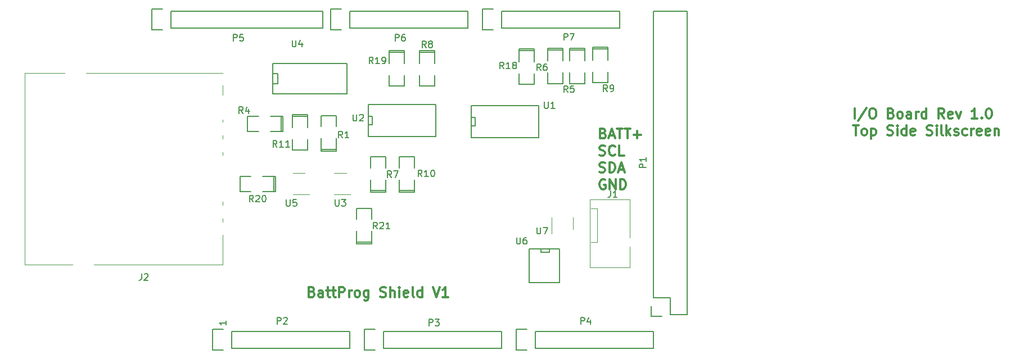
<source format=gbr>
G04 #@! TF.FileFunction,Legend,Top*
%FSLAX46Y46*%
G04 Gerber Fmt 4.6, Leading zero omitted, Abs format (unit mm)*
G04 Created by KiCad (PCBNEW 4.0.6) date 11/29/17 13:30:51*
%MOMM*%
%LPD*%
G01*
G04 APERTURE LIST*
%ADD10C,0.100000*%
%ADD11C,0.300000*%
%ADD12C,0.150000*%
%ADD13C,0.120000*%
%ADD14C,1.727200*%
%ADD15O,1.727200X1.727200*%
%ADD16O,1.727200X2.032000*%
%ADD17R,1.060000X0.650000*%
%ADD18R,0.508000X1.143000*%
%ADD19R,2.030000X1.730000*%
%ADD20O,2.030000X1.730000*%
%ADD21C,1.100000*%
%ADD22R,2.032000X1.524000*%
%ADD23R,1.524000X2.032000*%
%ADD24R,1.500000X1.000000*%
%ADD25R,2.200000X1.200000*%
%ADD26C,1.500000*%
%ADD27R,1.143000X0.508000*%
%ADD28R,0.650000X1.060000*%
G04 APERTURE END LIST*
D10*
D11*
X226417143Y-85763571D02*
X226417143Y-84263571D01*
X228202857Y-84192143D02*
X226917143Y-86120714D01*
X228988572Y-84263571D02*
X229274286Y-84263571D01*
X229417144Y-84335000D01*
X229560001Y-84477857D01*
X229631429Y-84763571D01*
X229631429Y-85263571D01*
X229560001Y-85549286D01*
X229417144Y-85692143D01*
X229274286Y-85763571D01*
X228988572Y-85763571D01*
X228845715Y-85692143D01*
X228702858Y-85549286D01*
X228631429Y-85263571D01*
X228631429Y-84763571D01*
X228702858Y-84477857D01*
X228845715Y-84335000D01*
X228988572Y-84263571D01*
X231917144Y-84977857D02*
X232131430Y-85049286D01*
X232202858Y-85120714D01*
X232274287Y-85263571D01*
X232274287Y-85477857D01*
X232202858Y-85620714D01*
X232131430Y-85692143D01*
X231988572Y-85763571D01*
X231417144Y-85763571D01*
X231417144Y-84263571D01*
X231917144Y-84263571D01*
X232060001Y-84335000D01*
X232131430Y-84406429D01*
X232202858Y-84549286D01*
X232202858Y-84692143D01*
X232131430Y-84835000D01*
X232060001Y-84906429D01*
X231917144Y-84977857D01*
X231417144Y-84977857D01*
X233131430Y-85763571D02*
X232988572Y-85692143D01*
X232917144Y-85620714D01*
X232845715Y-85477857D01*
X232845715Y-85049286D01*
X232917144Y-84906429D01*
X232988572Y-84835000D01*
X233131430Y-84763571D01*
X233345715Y-84763571D01*
X233488572Y-84835000D01*
X233560001Y-84906429D01*
X233631430Y-85049286D01*
X233631430Y-85477857D01*
X233560001Y-85620714D01*
X233488572Y-85692143D01*
X233345715Y-85763571D01*
X233131430Y-85763571D01*
X234917144Y-85763571D02*
X234917144Y-84977857D01*
X234845715Y-84835000D01*
X234702858Y-84763571D01*
X234417144Y-84763571D01*
X234274287Y-84835000D01*
X234917144Y-85692143D02*
X234774287Y-85763571D01*
X234417144Y-85763571D01*
X234274287Y-85692143D01*
X234202858Y-85549286D01*
X234202858Y-85406429D01*
X234274287Y-85263571D01*
X234417144Y-85192143D01*
X234774287Y-85192143D01*
X234917144Y-85120714D01*
X235631430Y-85763571D02*
X235631430Y-84763571D01*
X235631430Y-85049286D02*
X235702858Y-84906429D01*
X235774287Y-84835000D01*
X235917144Y-84763571D01*
X236060001Y-84763571D01*
X237202858Y-85763571D02*
X237202858Y-84263571D01*
X237202858Y-85692143D02*
X237060001Y-85763571D01*
X236774287Y-85763571D01*
X236631429Y-85692143D01*
X236560001Y-85620714D01*
X236488572Y-85477857D01*
X236488572Y-85049286D01*
X236560001Y-84906429D01*
X236631429Y-84835000D01*
X236774287Y-84763571D01*
X237060001Y-84763571D01*
X237202858Y-84835000D01*
X239917144Y-85763571D02*
X239417144Y-85049286D01*
X239060001Y-85763571D02*
X239060001Y-84263571D01*
X239631429Y-84263571D01*
X239774287Y-84335000D01*
X239845715Y-84406429D01*
X239917144Y-84549286D01*
X239917144Y-84763571D01*
X239845715Y-84906429D01*
X239774287Y-84977857D01*
X239631429Y-85049286D01*
X239060001Y-85049286D01*
X241131429Y-85692143D02*
X240988572Y-85763571D01*
X240702858Y-85763571D01*
X240560001Y-85692143D01*
X240488572Y-85549286D01*
X240488572Y-84977857D01*
X240560001Y-84835000D01*
X240702858Y-84763571D01*
X240988572Y-84763571D01*
X241131429Y-84835000D01*
X241202858Y-84977857D01*
X241202858Y-85120714D01*
X240488572Y-85263571D01*
X241702858Y-84763571D02*
X242060001Y-85763571D01*
X242417143Y-84763571D01*
X244917143Y-85763571D02*
X244060000Y-85763571D01*
X244488572Y-85763571D02*
X244488572Y-84263571D01*
X244345715Y-84477857D01*
X244202857Y-84620714D01*
X244060000Y-84692143D01*
X245560000Y-85620714D02*
X245631428Y-85692143D01*
X245560000Y-85763571D01*
X245488571Y-85692143D01*
X245560000Y-85620714D01*
X245560000Y-85763571D01*
X246560000Y-84263571D02*
X246702857Y-84263571D01*
X246845714Y-84335000D01*
X246917143Y-84406429D01*
X246988572Y-84549286D01*
X247060000Y-84835000D01*
X247060000Y-85192143D01*
X246988572Y-85477857D01*
X246917143Y-85620714D01*
X246845714Y-85692143D01*
X246702857Y-85763571D01*
X246560000Y-85763571D01*
X246417143Y-85692143D01*
X246345714Y-85620714D01*
X246274286Y-85477857D01*
X246202857Y-85192143D01*
X246202857Y-84835000D01*
X246274286Y-84549286D01*
X246345714Y-84406429D01*
X246417143Y-84335000D01*
X246560000Y-84263571D01*
X226202857Y-86813571D02*
X227060000Y-86813571D01*
X226631429Y-88313571D02*
X226631429Y-86813571D01*
X227774286Y-88313571D02*
X227631428Y-88242143D01*
X227560000Y-88170714D01*
X227488571Y-88027857D01*
X227488571Y-87599286D01*
X227560000Y-87456429D01*
X227631428Y-87385000D01*
X227774286Y-87313571D01*
X227988571Y-87313571D01*
X228131428Y-87385000D01*
X228202857Y-87456429D01*
X228274286Y-87599286D01*
X228274286Y-88027857D01*
X228202857Y-88170714D01*
X228131428Y-88242143D01*
X227988571Y-88313571D01*
X227774286Y-88313571D01*
X228917143Y-87313571D02*
X228917143Y-88813571D01*
X228917143Y-87385000D02*
X229060000Y-87313571D01*
X229345714Y-87313571D01*
X229488571Y-87385000D01*
X229560000Y-87456429D01*
X229631429Y-87599286D01*
X229631429Y-88027857D01*
X229560000Y-88170714D01*
X229488571Y-88242143D01*
X229345714Y-88313571D01*
X229060000Y-88313571D01*
X228917143Y-88242143D01*
X231345714Y-88242143D02*
X231560000Y-88313571D01*
X231917143Y-88313571D01*
X232060000Y-88242143D01*
X232131429Y-88170714D01*
X232202857Y-88027857D01*
X232202857Y-87885000D01*
X232131429Y-87742143D01*
X232060000Y-87670714D01*
X231917143Y-87599286D01*
X231631429Y-87527857D01*
X231488571Y-87456429D01*
X231417143Y-87385000D01*
X231345714Y-87242143D01*
X231345714Y-87099286D01*
X231417143Y-86956429D01*
X231488571Y-86885000D01*
X231631429Y-86813571D01*
X231988571Y-86813571D01*
X232202857Y-86885000D01*
X232845714Y-88313571D02*
X232845714Y-87313571D01*
X232845714Y-86813571D02*
X232774285Y-86885000D01*
X232845714Y-86956429D01*
X232917142Y-86885000D01*
X232845714Y-86813571D01*
X232845714Y-86956429D01*
X234202857Y-88313571D02*
X234202857Y-86813571D01*
X234202857Y-88242143D02*
X234060000Y-88313571D01*
X233774286Y-88313571D01*
X233631428Y-88242143D01*
X233560000Y-88170714D01*
X233488571Y-88027857D01*
X233488571Y-87599286D01*
X233560000Y-87456429D01*
X233631428Y-87385000D01*
X233774286Y-87313571D01*
X234060000Y-87313571D01*
X234202857Y-87385000D01*
X235488571Y-88242143D02*
X235345714Y-88313571D01*
X235060000Y-88313571D01*
X234917143Y-88242143D01*
X234845714Y-88099286D01*
X234845714Y-87527857D01*
X234917143Y-87385000D01*
X235060000Y-87313571D01*
X235345714Y-87313571D01*
X235488571Y-87385000D01*
X235560000Y-87527857D01*
X235560000Y-87670714D01*
X234845714Y-87813571D01*
X237274285Y-88242143D02*
X237488571Y-88313571D01*
X237845714Y-88313571D01*
X237988571Y-88242143D01*
X238060000Y-88170714D01*
X238131428Y-88027857D01*
X238131428Y-87885000D01*
X238060000Y-87742143D01*
X237988571Y-87670714D01*
X237845714Y-87599286D01*
X237560000Y-87527857D01*
X237417142Y-87456429D01*
X237345714Y-87385000D01*
X237274285Y-87242143D01*
X237274285Y-87099286D01*
X237345714Y-86956429D01*
X237417142Y-86885000D01*
X237560000Y-86813571D01*
X237917142Y-86813571D01*
X238131428Y-86885000D01*
X238774285Y-88313571D02*
X238774285Y-87313571D01*
X238774285Y-86813571D02*
X238702856Y-86885000D01*
X238774285Y-86956429D01*
X238845713Y-86885000D01*
X238774285Y-86813571D01*
X238774285Y-86956429D01*
X239702857Y-88313571D02*
X239559999Y-88242143D01*
X239488571Y-88099286D01*
X239488571Y-86813571D01*
X240274285Y-88313571D02*
X240274285Y-86813571D01*
X240417142Y-87742143D02*
X240845713Y-88313571D01*
X240845713Y-87313571D02*
X240274285Y-87885000D01*
X241417142Y-88242143D02*
X241559999Y-88313571D01*
X241845714Y-88313571D01*
X241988571Y-88242143D01*
X242059999Y-88099286D01*
X242059999Y-88027857D01*
X241988571Y-87885000D01*
X241845714Y-87813571D01*
X241631428Y-87813571D01*
X241488571Y-87742143D01*
X241417142Y-87599286D01*
X241417142Y-87527857D01*
X241488571Y-87385000D01*
X241631428Y-87313571D01*
X241845714Y-87313571D01*
X241988571Y-87385000D01*
X243345714Y-88242143D02*
X243202857Y-88313571D01*
X242917143Y-88313571D01*
X242774285Y-88242143D01*
X242702857Y-88170714D01*
X242631428Y-88027857D01*
X242631428Y-87599286D01*
X242702857Y-87456429D01*
X242774285Y-87385000D01*
X242917143Y-87313571D01*
X243202857Y-87313571D01*
X243345714Y-87385000D01*
X243988571Y-88313571D02*
X243988571Y-87313571D01*
X243988571Y-87599286D02*
X244059999Y-87456429D01*
X244131428Y-87385000D01*
X244274285Y-87313571D01*
X244417142Y-87313571D01*
X245488570Y-88242143D02*
X245345713Y-88313571D01*
X245059999Y-88313571D01*
X244917142Y-88242143D01*
X244845713Y-88099286D01*
X244845713Y-87527857D01*
X244917142Y-87385000D01*
X245059999Y-87313571D01*
X245345713Y-87313571D01*
X245488570Y-87385000D01*
X245559999Y-87527857D01*
X245559999Y-87670714D01*
X244845713Y-87813571D01*
X246774284Y-88242143D02*
X246631427Y-88313571D01*
X246345713Y-88313571D01*
X246202856Y-88242143D01*
X246131427Y-88099286D01*
X246131427Y-87527857D01*
X246202856Y-87385000D01*
X246345713Y-87313571D01*
X246631427Y-87313571D01*
X246774284Y-87385000D01*
X246845713Y-87527857D01*
X246845713Y-87670714D01*
X246131427Y-87813571D01*
X247488570Y-87313571D02*
X247488570Y-88313571D01*
X247488570Y-87456429D02*
X247559998Y-87385000D01*
X247702856Y-87313571D01*
X247917141Y-87313571D01*
X248059998Y-87385000D01*
X248131427Y-87527857D01*
X248131427Y-88313571D01*
X144721715Y-111906857D02*
X144936001Y-111978286D01*
X145007429Y-112049714D01*
X145078858Y-112192571D01*
X145078858Y-112406857D01*
X145007429Y-112549714D01*
X144936001Y-112621143D01*
X144793143Y-112692571D01*
X144221715Y-112692571D01*
X144221715Y-111192571D01*
X144721715Y-111192571D01*
X144864572Y-111264000D01*
X144936001Y-111335429D01*
X145007429Y-111478286D01*
X145007429Y-111621143D01*
X144936001Y-111764000D01*
X144864572Y-111835429D01*
X144721715Y-111906857D01*
X144221715Y-111906857D01*
X146364572Y-112692571D02*
X146364572Y-111906857D01*
X146293143Y-111764000D01*
X146150286Y-111692571D01*
X145864572Y-111692571D01*
X145721715Y-111764000D01*
X146364572Y-112621143D02*
X146221715Y-112692571D01*
X145864572Y-112692571D01*
X145721715Y-112621143D01*
X145650286Y-112478286D01*
X145650286Y-112335429D01*
X145721715Y-112192571D01*
X145864572Y-112121143D01*
X146221715Y-112121143D01*
X146364572Y-112049714D01*
X146864572Y-111692571D02*
X147436001Y-111692571D01*
X147078858Y-111192571D02*
X147078858Y-112478286D01*
X147150286Y-112621143D01*
X147293144Y-112692571D01*
X147436001Y-112692571D01*
X147721715Y-111692571D02*
X148293144Y-111692571D01*
X147936001Y-111192571D02*
X147936001Y-112478286D01*
X148007429Y-112621143D01*
X148150287Y-112692571D01*
X148293144Y-112692571D01*
X148793144Y-112692571D02*
X148793144Y-111192571D01*
X149364572Y-111192571D01*
X149507430Y-111264000D01*
X149578858Y-111335429D01*
X149650287Y-111478286D01*
X149650287Y-111692571D01*
X149578858Y-111835429D01*
X149507430Y-111906857D01*
X149364572Y-111978286D01*
X148793144Y-111978286D01*
X150293144Y-112692571D02*
X150293144Y-111692571D01*
X150293144Y-111978286D02*
X150364572Y-111835429D01*
X150436001Y-111764000D01*
X150578858Y-111692571D01*
X150721715Y-111692571D01*
X151436001Y-112692571D02*
X151293143Y-112621143D01*
X151221715Y-112549714D01*
X151150286Y-112406857D01*
X151150286Y-111978286D01*
X151221715Y-111835429D01*
X151293143Y-111764000D01*
X151436001Y-111692571D01*
X151650286Y-111692571D01*
X151793143Y-111764000D01*
X151864572Y-111835429D01*
X151936001Y-111978286D01*
X151936001Y-112406857D01*
X151864572Y-112549714D01*
X151793143Y-112621143D01*
X151650286Y-112692571D01*
X151436001Y-112692571D01*
X153221715Y-111692571D02*
X153221715Y-112906857D01*
X153150286Y-113049714D01*
X153078858Y-113121143D01*
X152936001Y-113192571D01*
X152721715Y-113192571D01*
X152578858Y-113121143D01*
X153221715Y-112621143D02*
X153078858Y-112692571D01*
X152793144Y-112692571D01*
X152650286Y-112621143D01*
X152578858Y-112549714D01*
X152507429Y-112406857D01*
X152507429Y-111978286D01*
X152578858Y-111835429D01*
X152650286Y-111764000D01*
X152793144Y-111692571D01*
X153078858Y-111692571D01*
X153221715Y-111764000D01*
X155007429Y-112621143D02*
X155221715Y-112692571D01*
X155578858Y-112692571D01*
X155721715Y-112621143D01*
X155793144Y-112549714D01*
X155864572Y-112406857D01*
X155864572Y-112264000D01*
X155793144Y-112121143D01*
X155721715Y-112049714D01*
X155578858Y-111978286D01*
X155293144Y-111906857D01*
X155150286Y-111835429D01*
X155078858Y-111764000D01*
X155007429Y-111621143D01*
X155007429Y-111478286D01*
X155078858Y-111335429D01*
X155150286Y-111264000D01*
X155293144Y-111192571D01*
X155650286Y-111192571D01*
X155864572Y-111264000D01*
X156507429Y-112692571D02*
X156507429Y-111192571D01*
X157150286Y-112692571D02*
X157150286Y-111906857D01*
X157078857Y-111764000D01*
X156936000Y-111692571D01*
X156721715Y-111692571D01*
X156578857Y-111764000D01*
X156507429Y-111835429D01*
X157864572Y-112692571D02*
X157864572Y-111692571D01*
X157864572Y-111192571D02*
X157793143Y-111264000D01*
X157864572Y-111335429D01*
X157936000Y-111264000D01*
X157864572Y-111192571D01*
X157864572Y-111335429D01*
X159150286Y-112621143D02*
X159007429Y-112692571D01*
X158721715Y-112692571D01*
X158578858Y-112621143D01*
X158507429Y-112478286D01*
X158507429Y-111906857D01*
X158578858Y-111764000D01*
X158721715Y-111692571D01*
X159007429Y-111692571D01*
X159150286Y-111764000D01*
X159221715Y-111906857D01*
X159221715Y-112049714D01*
X158507429Y-112192571D01*
X160078858Y-112692571D02*
X159936000Y-112621143D01*
X159864572Y-112478286D01*
X159864572Y-111192571D01*
X161293143Y-112692571D02*
X161293143Y-111192571D01*
X161293143Y-112621143D02*
X161150286Y-112692571D01*
X160864572Y-112692571D01*
X160721714Y-112621143D01*
X160650286Y-112549714D01*
X160578857Y-112406857D01*
X160578857Y-111978286D01*
X160650286Y-111835429D01*
X160721714Y-111764000D01*
X160864572Y-111692571D01*
X161150286Y-111692571D01*
X161293143Y-111764000D01*
X162936000Y-111192571D02*
X163436000Y-112692571D01*
X163936000Y-111192571D01*
X165221714Y-112692571D02*
X164364571Y-112692571D01*
X164793143Y-112692571D02*
X164793143Y-111192571D01*
X164650286Y-111406857D01*
X164507428Y-111549714D01*
X164364571Y-111621143D01*
X188563143Y-88015857D02*
X188777429Y-88087286D01*
X188848857Y-88158714D01*
X188920286Y-88301571D01*
X188920286Y-88515857D01*
X188848857Y-88658714D01*
X188777429Y-88730143D01*
X188634571Y-88801571D01*
X188063143Y-88801571D01*
X188063143Y-87301571D01*
X188563143Y-87301571D01*
X188706000Y-87373000D01*
X188777429Y-87444429D01*
X188848857Y-87587286D01*
X188848857Y-87730143D01*
X188777429Y-87873000D01*
X188706000Y-87944429D01*
X188563143Y-88015857D01*
X188063143Y-88015857D01*
X189491714Y-88373000D02*
X190206000Y-88373000D01*
X189348857Y-88801571D02*
X189848857Y-87301571D01*
X190348857Y-88801571D01*
X190634571Y-87301571D02*
X191491714Y-87301571D01*
X191063143Y-88801571D02*
X191063143Y-87301571D01*
X191777428Y-87301571D02*
X192634571Y-87301571D01*
X192206000Y-88801571D02*
X192206000Y-87301571D01*
X193134571Y-88230143D02*
X194277428Y-88230143D01*
X193705999Y-88801571D02*
X193705999Y-87658714D01*
X187991714Y-91280143D02*
X188206000Y-91351571D01*
X188563143Y-91351571D01*
X188706000Y-91280143D01*
X188777429Y-91208714D01*
X188848857Y-91065857D01*
X188848857Y-90923000D01*
X188777429Y-90780143D01*
X188706000Y-90708714D01*
X188563143Y-90637286D01*
X188277429Y-90565857D01*
X188134571Y-90494429D01*
X188063143Y-90423000D01*
X187991714Y-90280143D01*
X187991714Y-90137286D01*
X188063143Y-89994429D01*
X188134571Y-89923000D01*
X188277429Y-89851571D01*
X188634571Y-89851571D01*
X188848857Y-89923000D01*
X190348857Y-91208714D02*
X190277428Y-91280143D01*
X190063142Y-91351571D01*
X189920285Y-91351571D01*
X189706000Y-91280143D01*
X189563142Y-91137286D01*
X189491714Y-90994429D01*
X189420285Y-90708714D01*
X189420285Y-90494429D01*
X189491714Y-90208714D01*
X189563142Y-90065857D01*
X189706000Y-89923000D01*
X189920285Y-89851571D01*
X190063142Y-89851571D01*
X190277428Y-89923000D01*
X190348857Y-89994429D01*
X191706000Y-91351571D02*
X190991714Y-91351571D01*
X190991714Y-89851571D01*
X187991714Y-93830143D02*
X188206000Y-93901571D01*
X188563143Y-93901571D01*
X188706000Y-93830143D01*
X188777429Y-93758714D01*
X188848857Y-93615857D01*
X188848857Y-93473000D01*
X188777429Y-93330143D01*
X188706000Y-93258714D01*
X188563143Y-93187286D01*
X188277429Y-93115857D01*
X188134571Y-93044429D01*
X188063143Y-92973000D01*
X187991714Y-92830143D01*
X187991714Y-92687286D01*
X188063143Y-92544429D01*
X188134571Y-92473000D01*
X188277429Y-92401571D01*
X188634571Y-92401571D01*
X188848857Y-92473000D01*
X189491714Y-93901571D02*
X189491714Y-92401571D01*
X189848857Y-92401571D01*
X190063142Y-92473000D01*
X190206000Y-92615857D01*
X190277428Y-92758714D01*
X190348857Y-93044429D01*
X190348857Y-93258714D01*
X190277428Y-93544429D01*
X190206000Y-93687286D01*
X190063142Y-93830143D01*
X189848857Y-93901571D01*
X189491714Y-93901571D01*
X190920285Y-93473000D02*
X191634571Y-93473000D01*
X190777428Y-93901571D02*
X191277428Y-92401571D01*
X191777428Y-93901571D01*
X188848857Y-95023000D02*
X188706000Y-94951571D01*
X188491714Y-94951571D01*
X188277429Y-95023000D01*
X188134571Y-95165857D01*
X188063143Y-95308714D01*
X187991714Y-95594429D01*
X187991714Y-95808714D01*
X188063143Y-96094429D01*
X188134571Y-96237286D01*
X188277429Y-96380143D01*
X188491714Y-96451571D01*
X188634571Y-96451571D01*
X188848857Y-96380143D01*
X188920286Y-96308714D01*
X188920286Y-95808714D01*
X188634571Y-95808714D01*
X189563143Y-96451571D02*
X189563143Y-94951571D01*
X190420286Y-96451571D01*
X190420286Y-94951571D01*
X191134572Y-96451571D02*
X191134572Y-94951571D01*
X191491715Y-94951571D01*
X191706000Y-95023000D01*
X191848858Y-95165857D01*
X191920286Y-95308714D01*
X191991715Y-95594429D01*
X191991715Y-95808714D01*
X191920286Y-96094429D01*
X191848858Y-96237286D01*
X191706000Y-96380143D01*
X191491715Y-96451571D01*
X191134572Y-96451571D01*
D12*
X131770381Y-116300285D02*
X131770381Y-116871714D01*
X131770381Y-116586000D02*
X130770381Y-116586000D01*
X130913238Y-116681238D01*
X131008476Y-116776476D01*
X131056095Y-116871714D01*
X201168000Y-115316000D02*
X201168000Y-69596000D01*
X196088000Y-69596000D02*
X196088000Y-112776000D01*
X201168000Y-69596000D02*
X196088000Y-69596000D01*
X201168000Y-115316000D02*
X198628000Y-115316000D01*
X195808000Y-114046000D02*
X195808000Y-115596000D01*
X198628000Y-115316000D02*
X198628000Y-112776000D01*
X198628000Y-112776000D02*
X196088000Y-112776000D01*
X195808000Y-115596000D02*
X197358000Y-115596000D01*
X132588000Y-120396000D02*
X150368000Y-120396000D01*
X150368000Y-120396000D02*
X150368000Y-117856000D01*
X150368000Y-117856000D02*
X132588000Y-117856000D01*
X129768000Y-120676000D02*
X131318000Y-120676000D01*
X132588000Y-120396000D02*
X132588000Y-117856000D01*
X131318000Y-117576000D02*
X129768000Y-117576000D01*
X129768000Y-117576000D02*
X129768000Y-120676000D01*
X155448000Y-120396000D02*
X173228000Y-120396000D01*
X173228000Y-120396000D02*
X173228000Y-117856000D01*
X173228000Y-117856000D02*
X155448000Y-117856000D01*
X152628000Y-120676000D02*
X154178000Y-120676000D01*
X155448000Y-120396000D02*
X155448000Y-117856000D01*
X154178000Y-117576000D02*
X152628000Y-117576000D01*
X152628000Y-117576000D02*
X152628000Y-120676000D01*
X178308000Y-120396000D02*
X196088000Y-120396000D01*
X196088000Y-120396000D02*
X196088000Y-117856000D01*
X196088000Y-117856000D02*
X178308000Y-117856000D01*
X175488000Y-120676000D02*
X177038000Y-120676000D01*
X178308000Y-120396000D02*
X178308000Y-117856000D01*
X177038000Y-117576000D02*
X175488000Y-117576000D01*
X175488000Y-117576000D02*
X175488000Y-120676000D01*
X123444000Y-72136000D02*
X146304000Y-72136000D01*
X146304000Y-72136000D02*
X146304000Y-69596000D01*
X146304000Y-69596000D02*
X123444000Y-69596000D01*
X120624000Y-72416000D02*
X122174000Y-72416000D01*
X123444000Y-72136000D02*
X123444000Y-69596000D01*
X122174000Y-69316000D02*
X120624000Y-69316000D01*
X120624000Y-69316000D02*
X120624000Y-72416000D01*
X150368000Y-72136000D02*
X168148000Y-72136000D01*
X168148000Y-72136000D02*
X168148000Y-69596000D01*
X168148000Y-69596000D02*
X150368000Y-69596000D01*
X147548000Y-72416000D02*
X149098000Y-72416000D01*
X150368000Y-72136000D02*
X150368000Y-69596000D01*
X149098000Y-69316000D02*
X147548000Y-69316000D01*
X147548000Y-69316000D02*
X147548000Y-72416000D01*
X173228000Y-72136000D02*
X191008000Y-72136000D01*
X191008000Y-72136000D02*
X191008000Y-69596000D01*
X191008000Y-69596000D02*
X173228000Y-69596000D01*
X170408000Y-72416000D02*
X171958000Y-72416000D01*
X173228000Y-72136000D02*
X173228000Y-69596000D01*
X171958000Y-69316000D02*
X170408000Y-69316000D01*
X170408000Y-69316000D02*
X170408000Y-72416000D01*
D13*
X149871000Y-94021000D02*
X148071000Y-94021000D01*
X148071000Y-97241000D02*
X150521000Y-97241000D01*
D12*
X138811000Y-78994000D02*
X139573000Y-78994000D01*
X139573000Y-78994000D02*
X139573000Y-80518000D01*
X139573000Y-80518000D02*
X138811000Y-80518000D01*
X149987000Y-77470000D02*
X149987000Y-82042000D01*
X149987000Y-82042000D02*
X138811000Y-82042000D01*
X138811000Y-82042000D02*
X138811000Y-77470000D01*
X138811000Y-77470000D02*
X149987000Y-77470000D01*
X178816000Y-83820000D02*
X178816000Y-88646000D01*
X178816000Y-88646000D02*
X168656000Y-88646000D01*
X168656000Y-88646000D02*
X168656000Y-83820000D01*
X168656000Y-83820000D02*
X178816000Y-83820000D01*
X168656000Y-85598000D02*
X169291000Y-85598000D01*
X169291000Y-85598000D02*
X169291000Y-86868000D01*
X169291000Y-86868000D02*
X168656000Y-86868000D01*
X163322000Y-83693000D02*
X163322000Y-88519000D01*
X163322000Y-88519000D02*
X153162000Y-88519000D01*
X153162000Y-88519000D02*
X153162000Y-83693000D01*
X153162000Y-83693000D02*
X163322000Y-83693000D01*
X153162000Y-85471000D02*
X153797000Y-85471000D01*
X153797000Y-85471000D02*
X153797000Y-86741000D01*
X153797000Y-86741000D02*
X153162000Y-86741000D01*
D13*
X192592000Y-97964000D02*
X192592000Y-103714000D01*
X192542000Y-105064000D02*
X192542000Y-108264000D01*
X192542000Y-108264000D02*
X186592000Y-108264000D01*
X186592000Y-108264000D02*
X186592000Y-97964000D01*
X186592000Y-97964000D02*
X192592000Y-97964000D01*
X186692000Y-99314000D02*
X187702000Y-99314000D01*
X187702000Y-99314000D02*
X187702000Y-104394000D01*
X187702000Y-104394000D02*
X186692000Y-104394000D01*
D12*
X146050000Y-90424000D02*
X146050000Y-90678000D01*
X146050000Y-90678000D02*
X148336000Y-90678000D01*
X148336000Y-90678000D02*
X148336000Y-90424000D01*
X146050000Y-90424000D02*
X148336000Y-90424000D01*
X148336000Y-90424000D02*
X148336000Y-88773000D01*
X146050000Y-86995000D02*
X146050000Y-85344000D01*
X146050000Y-85344000D02*
X148336000Y-85344000D01*
X148336000Y-85344000D02*
X148336000Y-86995000D01*
X146050000Y-88773000D02*
X146050000Y-90424000D01*
X140081000Y-87757000D02*
X140335000Y-87757000D01*
X140335000Y-87757000D02*
X140335000Y-85471000D01*
X140335000Y-85471000D02*
X140081000Y-85471000D01*
X140081000Y-87757000D02*
X140081000Y-85471000D01*
X140081000Y-85471000D02*
X138430000Y-85471000D01*
X136652000Y-87757000D02*
X135001000Y-87757000D01*
X135001000Y-87757000D02*
X135001000Y-85471000D01*
X135001000Y-85471000D02*
X136652000Y-85471000D01*
X138430000Y-87757000D02*
X140081000Y-87757000D01*
X185801000Y-75438000D02*
X185801000Y-75184000D01*
X185801000Y-75184000D02*
X183515000Y-75184000D01*
X183515000Y-75184000D02*
X183515000Y-75438000D01*
X185801000Y-75438000D02*
X183515000Y-75438000D01*
X183515000Y-75438000D02*
X183515000Y-77089000D01*
X185801000Y-78867000D02*
X185801000Y-80518000D01*
X185801000Y-80518000D02*
X183515000Y-80518000D01*
X183515000Y-80518000D02*
X183515000Y-78867000D01*
X185801000Y-77089000D02*
X185801000Y-75438000D01*
X182499000Y-75438000D02*
X182499000Y-75184000D01*
X182499000Y-75184000D02*
X180213000Y-75184000D01*
X180213000Y-75184000D02*
X180213000Y-75438000D01*
X182499000Y-75438000D02*
X180213000Y-75438000D01*
X180213000Y-75438000D02*
X180213000Y-77089000D01*
X182499000Y-78867000D02*
X182499000Y-80518000D01*
X182499000Y-80518000D02*
X180213000Y-80518000D01*
X180213000Y-80518000D02*
X180213000Y-78867000D01*
X182499000Y-77089000D02*
X182499000Y-75438000D01*
X153543000Y-96647000D02*
X153543000Y-96901000D01*
X153543000Y-96901000D02*
X155829000Y-96901000D01*
X155829000Y-96901000D02*
X155829000Y-96647000D01*
X153543000Y-96647000D02*
X155829000Y-96647000D01*
X155829000Y-96647000D02*
X155829000Y-94996000D01*
X153543000Y-93218000D02*
X153543000Y-91567000D01*
X153543000Y-91567000D02*
X155829000Y-91567000D01*
X155829000Y-91567000D02*
X155829000Y-93218000D01*
X153543000Y-94996000D02*
X153543000Y-96647000D01*
X163195000Y-75819000D02*
X163195000Y-75565000D01*
X163195000Y-75565000D02*
X160909000Y-75565000D01*
X160909000Y-75565000D02*
X160909000Y-75819000D01*
X163195000Y-75819000D02*
X160909000Y-75819000D01*
X160909000Y-75819000D02*
X160909000Y-77470000D01*
X163195000Y-79248000D02*
X163195000Y-80899000D01*
X163195000Y-80899000D02*
X160909000Y-80899000D01*
X160909000Y-80899000D02*
X160909000Y-79248000D01*
X163195000Y-77470000D02*
X163195000Y-75819000D01*
X189230000Y-75311000D02*
X189230000Y-75057000D01*
X189230000Y-75057000D02*
X186944000Y-75057000D01*
X186944000Y-75057000D02*
X186944000Y-75311000D01*
X189230000Y-75311000D02*
X186944000Y-75311000D01*
X186944000Y-75311000D02*
X186944000Y-76962000D01*
X189230000Y-78740000D02*
X189230000Y-80391000D01*
X189230000Y-80391000D02*
X186944000Y-80391000D01*
X186944000Y-80391000D02*
X186944000Y-78740000D01*
X189230000Y-76962000D02*
X189230000Y-75311000D01*
X157861000Y-96647000D02*
X157861000Y-96901000D01*
X157861000Y-96901000D02*
X160147000Y-96901000D01*
X160147000Y-96901000D02*
X160147000Y-96647000D01*
X157861000Y-96647000D02*
X160147000Y-96647000D01*
X160147000Y-96647000D02*
X160147000Y-94996000D01*
X157861000Y-93218000D02*
X157861000Y-91567000D01*
X157861000Y-91567000D02*
X160147000Y-91567000D01*
X160147000Y-91567000D02*
X160147000Y-93218000D01*
X157861000Y-94996000D02*
X157861000Y-96647000D01*
X144018000Y-85471000D02*
X144018000Y-85217000D01*
X144018000Y-85217000D02*
X141732000Y-85217000D01*
X141732000Y-85217000D02*
X141732000Y-85471000D01*
X144018000Y-85471000D02*
X141732000Y-85471000D01*
X141732000Y-85471000D02*
X141732000Y-87122000D01*
X144018000Y-88900000D02*
X144018000Y-90551000D01*
X144018000Y-90551000D02*
X141732000Y-90551000D01*
X141732000Y-90551000D02*
X141732000Y-88900000D01*
X144018000Y-87122000D02*
X144018000Y-85471000D01*
X178181000Y-75565000D02*
X178181000Y-75311000D01*
X178181000Y-75311000D02*
X175895000Y-75311000D01*
X175895000Y-75311000D02*
X175895000Y-75565000D01*
X178181000Y-75565000D02*
X175895000Y-75565000D01*
X175895000Y-75565000D02*
X175895000Y-77216000D01*
X178181000Y-78994000D02*
X178181000Y-80645000D01*
X178181000Y-80645000D02*
X175895000Y-80645000D01*
X175895000Y-80645000D02*
X175895000Y-78994000D01*
X178181000Y-77216000D02*
X178181000Y-75565000D01*
X158623000Y-75819000D02*
X158623000Y-75565000D01*
X158623000Y-75565000D02*
X156337000Y-75565000D01*
X156337000Y-75565000D02*
X156337000Y-75819000D01*
X158623000Y-75819000D02*
X156337000Y-75819000D01*
X156337000Y-75819000D02*
X156337000Y-77470000D01*
X158623000Y-79248000D02*
X158623000Y-80899000D01*
X158623000Y-80899000D02*
X156337000Y-80899000D01*
X156337000Y-80899000D02*
X156337000Y-79248000D01*
X158623000Y-77470000D02*
X158623000Y-75819000D01*
D13*
X131276000Y-100845000D02*
X131276000Y-101345000D01*
X131276000Y-98345000D02*
X131276000Y-98845000D01*
X131276000Y-90845000D02*
X131276000Y-91345000D01*
X131276000Y-88345000D02*
X131276000Y-88845000D01*
X131276000Y-85945000D02*
X131276000Y-86345000D01*
X131276000Y-80845000D02*
X131276000Y-82245000D01*
X110676000Y-78945000D02*
X131276000Y-78945000D01*
X111876000Y-107845000D02*
X131276000Y-107845000D01*
X131276000Y-107845000D02*
X131276000Y-103345000D01*
X101476000Y-107845000D02*
X101476000Y-78945000D01*
X101476000Y-78945000D02*
X107476000Y-78945000D01*
X101476000Y-107845000D02*
X108676000Y-107845000D01*
D12*
X138938000Y-96774000D02*
X139192000Y-96774000D01*
X139192000Y-96774000D02*
X139192000Y-94488000D01*
X139192000Y-94488000D02*
X138938000Y-94488000D01*
X138938000Y-96774000D02*
X138938000Y-94488000D01*
X138938000Y-94488000D02*
X137287000Y-94488000D01*
X135509000Y-96774000D02*
X133858000Y-96774000D01*
X133858000Y-96774000D02*
X133858000Y-94488000D01*
X133858000Y-94488000D02*
X135509000Y-94488000D01*
X137287000Y-96774000D02*
X138938000Y-96774000D01*
X151384000Y-104394000D02*
X151384000Y-104648000D01*
X151384000Y-104648000D02*
X153670000Y-104648000D01*
X153670000Y-104648000D02*
X153670000Y-104394000D01*
X151384000Y-104394000D02*
X153670000Y-104394000D01*
X153670000Y-104394000D02*
X153670000Y-102743000D01*
X151384000Y-100965000D02*
X151384000Y-99314000D01*
X151384000Y-99314000D02*
X153670000Y-99314000D01*
X153670000Y-99314000D02*
X153670000Y-100965000D01*
X151384000Y-102743000D02*
X151384000Y-104394000D01*
D13*
X143648000Y-94021000D02*
X141848000Y-94021000D01*
X141848000Y-97241000D02*
X144298000Y-97241000D01*
D12*
X181991000Y-105410000D02*
X181991000Y-110490000D01*
X181991000Y-110490000D02*
X177419000Y-110490000D01*
X177419000Y-110490000D02*
X177419000Y-105410000D01*
X177419000Y-105410000D02*
X181991000Y-105410000D01*
X180467000Y-105410000D02*
X180467000Y-105918000D01*
X180467000Y-105918000D02*
X179197000Y-105918000D01*
X179197000Y-105918000D02*
X179197000Y-105410000D01*
D13*
X183982000Y-102500000D02*
X183982000Y-100700000D01*
X180762000Y-100700000D02*
X180762000Y-103150000D01*
D12*
X195016381Y-93194095D02*
X194016381Y-93194095D01*
X194016381Y-92813142D01*
X194064000Y-92717904D01*
X194111619Y-92670285D01*
X194206857Y-92622666D01*
X194349714Y-92622666D01*
X194444952Y-92670285D01*
X194492571Y-92717904D01*
X194540190Y-92813142D01*
X194540190Y-93194095D01*
X195016381Y-91670285D02*
X195016381Y-92241714D01*
X195016381Y-91956000D02*
X194016381Y-91956000D01*
X194159238Y-92051238D01*
X194254476Y-92146476D01*
X194302095Y-92241714D01*
X139469905Y-116784381D02*
X139469905Y-115784381D01*
X139850858Y-115784381D01*
X139946096Y-115832000D01*
X139993715Y-115879619D01*
X140041334Y-115974857D01*
X140041334Y-116117714D01*
X139993715Y-116212952D01*
X139946096Y-116260571D01*
X139850858Y-116308190D01*
X139469905Y-116308190D01*
X140422286Y-115879619D02*
X140469905Y-115832000D01*
X140565143Y-115784381D01*
X140803239Y-115784381D01*
X140898477Y-115832000D01*
X140946096Y-115879619D01*
X140993715Y-115974857D01*
X140993715Y-116070095D01*
X140946096Y-116212952D01*
X140374667Y-116784381D01*
X140993715Y-116784381D01*
X162329905Y-117038381D02*
X162329905Y-116038381D01*
X162710858Y-116038381D01*
X162806096Y-116086000D01*
X162853715Y-116133619D01*
X162901334Y-116228857D01*
X162901334Y-116371714D01*
X162853715Y-116466952D01*
X162806096Y-116514571D01*
X162710858Y-116562190D01*
X162329905Y-116562190D01*
X163234667Y-116038381D02*
X163853715Y-116038381D01*
X163520381Y-116419333D01*
X163663239Y-116419333D01*
X163758477Y-116466952D01*
X163806096Y-116514571D01*
X163853715Y-116609810D01*
X163853715Y-116847905D01*
X163806096Y-116943143D01*
X163758477Y-116990762D01*
X163663239Y-117038381D01*
X163377524Y-117038381D01*
X163282286Y-116990762D01*
X163234667Y-116943143D01*
X185189905Y-116784381D02*
X185189905Y-115784381D01*
X185570858Y-115784381D01*
X185666096Y-115832000D01*
X185713715Y-115879619D01*
X185761334Y-115974857D01*
X185761334Y-116117714D01*
X185713715Y-116212952D01*
X185666096Y-116260571D01*
X185570858Y-116308190D01*
X185189905Y-116308190D01*
X186618477Y-116117714D02*
X186618477Y-116784381D01*
X186380381Y-115736762D02*
X186142286Y-116451048D01*
X186761334Y-116451048D01*
X132865905Y-74112381D02*
X132865905Y-73112381D01*
X133246858Y-73112381D01*
X133342096Y-73160000D01*
X133389715Y-73207619D01*
X133437334Y-73302857D01*
X133437334Y-73445714D01*
X133389715Y-73540952D01*
X133342096Y-73588571D01*
X133246858Y-73636190D01*
X132865905Y-73636190D01*
X134342096Y-73112381D02*
X133865905Y-73112381D01*
X133818286Y-73588571D01*
X133865905Y-73540952D01*
X133961143Y-73493333D01*
X134199239Y-73493333D01*
X134294477Y-73540952D01*
X134342096Y-73588571D01*
X134389715Y-73683810D01*
X134389715Y-73921905D01*
X134342096Y-74017143D01*
X134294477Y-74064762D01*
X134199239Y-74112381D01*
X133961143Y-74112381D01*
X133865905Y-74064762D01*
X133818286Y-74017143D01*
X157249905Y-74112381D02*
X157249905Y-73112381D01*
X157630858Y-73112381D01*
X157726096Y-73160000D01*
X157773715Y-73207619D01*
X157821334Y-73302857D01*
X157821334Y-73445714D01*
X157773715Y-73540952D01*
X157726096Y-73588571D01*
X157630858Y-73636190D01*
X157249905Y-73636190D01*
X158678477Y-73112381D02*
X158488000Y-73112381D01*
X158392762Y-73160000D01*
X158345143Y-73207619D01*
X158249905Y-73350476D01*
X158202286Y-73540952D01*
X158202286Y-73921905D01*
X158249905Y-74017143D01*
X158297524Y-74064762D01*
X158392762Y-74112381D01*
X158583239Y-74112381D01*
X158678477Y-74064762D01*
X158726096Y-74017143D01*
X158773715Y-73921905D01*
X158773715Y-73683810D01*
X158726096Y-73588571D01*
X158678477Y-73540952D01*
X158583239Y-73493333D01*
X158392762Y-73493333D01*
X158297524Y-73540952D01*
X158249905Y-73588571D01*
X158202286Y-73683810D01*
X182649905Y-73985381D02*
X182649905Y-72985381D01*
X183030858Y-72985381D01*
X183126096Y-73033000D01*
X183173715Y-73080619D01*
X183221334Y-73175857D01*
X183221334Y-73318714D01*
X183173715Y-73413952D01*
X183126096Y-73461571D01*
X183030858Y-73509190D01*
X182649905Y-73509190D01*
X183554667Y-72985381D02*
X184221334Y-72985381D01*
X183792762Y-73985381D01*
X148209095Y-97983381D02*
X148209095Y-98792905D01*
X148256714Y-98888143D01*
X148304333Y-98935762D01*
X148399571Y-98983381D01*
X148590048Y-98983381D01*
X148685286Y-98935762D01*
X148732905Y-98888143D01*
X148780524Y-98792905D01*
X148780524Y-97983381D01*
X149161476Y-97983381D02*
X149780524Y-97983381D01*
X149447190Y-98364333D01*
X149590048Y-98364333D01*
X149685286Y-98411952D01*
X149732905Y-98459571D01*
X149780524Y-98554810D01*
X149780524Y-98792905D01*
X149732905Y-98888143D01*
X149685286Y-98935762D01*
X149590048Y-98983381D01*
X149304333Y-98983381D01*
X149209095Y-98935762D01*
X149161476Y-98888143D01*
X141732095Y-74001381D02*
X141732095Y-74810905D01*
X141779714Y-74906143D01*
X141827333Y-74953762D01*
X141922571Y-75001381D01*
X142113048Y-75001381D01*
X142208286Y-74953762D01*
X142255905Y-74906143D01*
X142303524Y-74810905D01*
X142303524Y-74001381D01*
X143208286Y-74334714D02*
X143208286Y-75001381D01*
X142970190Y-73953762D02*
X142732095Y-74668048D01*
X143351143Y-74668048D01*
X179705095Y-83272381D02*
X179705095Y-84081905D01*
X179752714Y-84177143D01*
X179800333Y-84224762D01*
X179895571Y-84272381D01*
X180086048Y-84272381D01*
X180181286Y-84224762D01*
X180228905Y-84177143D01*
X180276524Y-84081905D01*
X180276524Y-83272381D01*
X181276524Y-84272381D02*
X180705095Y-84272381D01*
X180990809Y-84272381D02*
X180990809Y-83272381D01*
X180895571Y-83415238D01*
X180800333Y-83510476D01*
X180705095Y-83558095D01*
X150876095Y-85177381D02*
X150876095Y-85986905D01*
X150923714Y-86082143D01*
X150971333Y-86129762D01*
X151066571Y-86177381D01*
X151257048Y-86177381D01*
X151352286Y-86129762D01*
X151399905Y-86082143D01*
X151447524Y-85986905D01*
X151447524Y-85177381D01*
X151876095Y-85272619D02*
X151923714Y-85225000D01*
X152018952Y-85177381D01*
X152257048Y-85177381D01*
X152352286Y-85225000D01*
X152399905Y-85272619D01*
X152447524Y-85367857D01*
X152447524Y-85463095D01*
X152399905Y-85605952D01*
X151828476Y-86177381D01*
X152447524Y-86177381D01*
X189658667Y-96666381D02*
X189658667Y-97380667D01*
X189611047Y-97523524D01*
X189515809Y-97618762D01*
X189372952Y-97666381D01*
X189277714Y-97666381D01*
X190658667Y-97666381D02*
X190087238Y-97666381D01*
X190372952Y-97666381D02*
X190372952Y-96666381D01*
X190277714Y-96809238D01*
X190182476Y-96904476D01*
X190087238Y-96952095D01*
X149312334Y-88717381D02*
X148979000Y-88241190D01*
X148740905Y-88717381D02*
X148740905Y-87717381D01*
X149121858Y-87717381D01*
X149217096Y-87765000D01*
X149264715Y-87812619D01*
X149312334Y-87907857D01*
X149312334Y-88050714D01*
X149264715Y-88145952D01*
X149217096Y-88193571D01*
X149121858Y-88241190D01*
X148740905Y-88241190D01*
X150264715Y-88717381D02*
X149693286Y-88717381D01*
X149979000Y-88717381D02*
X149979000Y-87717381D01*
X149883762Y-87860238D01*
X149788524Y-87955476D01*
X149693286Y-88003095D01*
X134326334Y-85034381D02*
X133993000Y-84558190D01*
X133754905Y-85034381D02*
X133754905Y-84034381D01*
X134135858Y-84034381D01*
X134231096Y-84082000D01*
X134278715Y-84129619D01*
X134326334Y-84224857D01*
X134326334Y-84367714D01*
X134278715Y-84462952D01*
X134231096Y-84510571D01*
X134135858Y-84558190D01*
X133754905Y-84558190D01*
X135183477Y-84367714D02*
X135183477Y-85034381D01*
X134945381Y-83986762D02*
X134707286Y-84701048D01*
X135326334Y-84701048D01*
X183221334Y-81859381D02*
X182888000Y-81383190D01*
X182649905Y-81859381D02*
X182649905Y-80859381D01*
X183030858Y-80859381D01*
X183126096Y-80907000D01*
X183173715Y-80954619D01*
X183221334Y-81049857D01*
X183221334Y-81192714D01*
X183173715Y-81287952D01*
X183126096Y-81335571D01*
X183030858Y-81383190D01*
X182649905Y-81383190D01*
X184126096Y-80859381D02*
X183649905Y-80859381D01*
X183602286Y-81335571D01*
X183649905Y-81287952D01*
X183745143Y-81240333D01*
X183983239Y-81240333D01*
X184078477Y-81287952D01*
X184126096Y-81335571D01*
X184173715Y-81430810D01*
X184173715Y-81668905D01*
X184126096Y-81764143D01*
X184078477Y-81811762D01*
X183983239Y-81859381D01*
X183745143Y-81859381D01*
X183649905Y-81811762D01*
X183602286Y-81764143D01*
X179157334Y-78557381D02*
X178824000Y-78081190D01*
X178585905Y-78557381D02*
X178585905Y-77557381D01*
X178966858Y-77557381D01*
X179062096Y-77605000D01*
X179109715Y-77652619D01*
X179157334Y-77747857D01*
X179157334Y-77890714D01*
X179109715Y-77985952D01*
X179062096Y-78033571D01*
X178966858Y-78081190D01*
X178585905Y-78081190D01*
X180014477Y-77557381D02*
X179824000Y-77557381D01*
X179728762Y-77605000D01*
X179681143Y-77652619D01*
X179585905Y-77795476D01*
X179538286Y-77985952D01*
X179538286Y-78366905D01*
X179585905Y-78462143D01*
X179633524Y-78509762D01*
X179728762Y-78557381D01*
X179919239Y-78557381D01*
X180014477Y-78509762D01*
X180062096Y-78462143D01*
X180109715Y-78366905D01*
X180109715Y-78128810D01*
X180062096Y-78033571D01*
X180014477Y-77985952D01*
X179919239Y-77938333D01*
X179728762Y-77938333D01*
X179633524Y-77985952D01*
X179585905Y-78033571D01*
X179538286Y-78128810D01*
X156678334Y-94686381D02*
X156345000Y-94210190D01*
X156106905Y-94686381D02*
X156106905Y-93686381D01*
X156487858Y-93686381D01*
X156583096Y-93734000D01*
X156630715Y-93781619D01*
X156678334Y-93876857D01*
X156678334Y-94019714D01*
X156630715Y-94114952D01*
X156583096Y-94162571D01*
X156487858Y-94210190D01*
X156106905Y-94210190D01*
X157011667Y-93686381D02*
X157678334Y-93686381D01*
X157249762Y-94686381D01*
X161885334Y-75128381D02*
X161552000Y-74652190D01*
X161313905Y-75128381D02*
X161313905Y-74128381D01*
X161694858Y-74128381D01*
X161790096Y-74176000D01*
X161837715Y-74223619D01*
X161885334Y-74318857D01*
X161885334Y-74461714D01*
X161837715Y-74556952D01*
X161790096Y-74604571D01*
X161694858Y-74652190D01*
X161313905Y-74652190D01*
X162456762Y-74556952D02*
X162361524Y-74509333D01*
X162313905Y-74461714D01*
X162266286Y-74366476D01*
X162266286Y-74318857D01*
X162313905Y-74223619D01*
X162361524Y-74176000D01*
X162456762Y-74128381D01*
X162647239Y-74128381D01*
X162742477Y-74176000D01*
X162790096Y-74223619D01*
X162837715Y-74318857D01*
X162837715Y-74366476D01*
X162790096Y-74461714D01*
X162742477Y-74509333D01*
X162647239Y-74556952D01*
X162456762Y-74556952D01*
X162361524Y-74604571D01*
X162313905Y-74652190D01*
X162266286Y-74747429D01*
X162266286Y-74937905D01*
X162313905Y-75033143D01*
X162361524Y-75080762D01*
X162456762Y-75128381D01*
X162647239Y-75128381D01*
X162742477Y-75080762D01*
X162790096Y-75033143D01*
X162837715Y-74937905D01*
X162837715Y-74747429D01*
X162790096Y-74652190D01*
X162742477Y-74604571D01*
X162647239Y-74556952D01*
X189190334Y-81732381D02*
X188857000Y-81256190D01*
X188618905Y-81732381D02*
X188618905Y-80732381D01*
X188999858Y-80732381D01*
X189095096Y-80780000D01*
X189142715Y-80827619D01*
X189190334Y-80922857D01*
X189190334Y-81065714D01*
X189142715Y-81160952D01*
X189095096Y-81208571D01*
X188999858Y-81256190D01*
X188618905Y-81256190D01*
X189666524Y-81732381D02*
X189857000Y-81732381D01*
X189952239Y-81684762D01*
X189999858Y-81637143D01*
X190095096Y-81494286D01*
X190142715Y-81303810D01*
X190142715Y-80922857D01*
X190095096Y-80827619D01*
X190047477Y-80780000D01*
X189952239Y-80732381D01*
X189761762Y-80732381D01*
X189666524Y-80780000D01*
X189618905Y-80827619D01*
X189571286Y-80922857D01*
X189571286Y-81160952D01*
X189618905Y-81256190D01*
X189666524Y-81303810D01*
X189761762Y-81351429D01*
X189952239Y-81351429D01*
X190047477Y-81303810D01*
X190095096Y-81256190D01*
X190142715Y-81160952D01*
X161282143Y-94559381D02*
X160948809Y-94083190D01*
X160710714Y-94559381D02*
X160710714Y-93559381D01*
X161091667Y-93559381D01*
X161186905Y-93607000D01*
X161234524Y-93654619D01*
X161282143Y-93749857D01*
X161282143Y-93892714D01*
X161234524Y-93987952D01*
X161186905Y-94035571D01*
X161091667Y-94083190D01*
X160710714Y-94083190D01*
X162234524Y-94559381D02*
X161663095Y-94559381D01*
X161948809Y-94559381D02*
X161948809Y-93559381D01*
X161853571Y-93702238D01*
X161758333Y-93797476D01*
X161663095Y-93845095D01*
X162853571Y-93559381D02*
X162948810Y-93559381D01*
X163044048Y-93607000D01*
X163091667Y-93654619D01*
X163139286Y-93749857D01*
X163186905Y-93940333D01*
X163186905Y-94178429D01*
X163139286Y-94368905D01*
X163091667Y-94464143D01*
X163044048Y-94511762D01*
X162948810Y-94559381D01*
X162853571Y-94559381D01*
X162758333Y-94511762D01*
X162710714Y-94464143D01*
X162663095Y-94368905D01*
X162615476Y-94178429D01*
X162615476Y-93940333D01*
X162663095Y-93749857D01*
X162710714Y-93654619D01*
X162758333Y-93607000D01*
X162853571Y-93559381D01*
X139438143Y-90114381D02*
X139104809Y-89638190D01*
X138866714Y-90114381D02*
X138866714Y-89114381D01*
X139247667Y-89114381D01*
X139342905Y-89162000D01*
X139390524Y-89209619D01*
X139438143Y-89304857D01*
X139438143Y-89447714D01*
X139390524Y-89542952D01*
X139342905Y-89590571D01*
X139247667Y-89638190D01*
X138866714Y-89638190D01*
X140390524Y-90114381D02*
X139819095Y-90114381D01*
X140104809Y-90114381D02*
X140104809Y-89114381D01*
X140009571Y-89257238D01*
X139914333Y-89352476D01*
X139819095Y-89400095D01*
X141342905Y-90114381D02*
X140771476Y-90114381D01*
X141057190Y-90114381D02*
X141057190Y-89114381D01*
X140961952Y-89257238D01*
X140866714Y-89352476D01*
X140771476Y-89400095D01*
X173601143Y-78303381D02*
X173267809Y-77827190D01*
X173029714Y-78303381D02*
X173029714Y-77303381D01*
X173410667Y-77303381D01*
X173505905Y-77351000D01*
X173553524Y-77398619D01*
X173601143Y-77493857D01*
X173601143Y-77636714D01*
X173553524Y-77731952D01*
X173505905Y-77779571D01*
X173410667Y-77827190D01*
X173029714Y-77827190D01*
X174553524Y-78303381D02*
X173982095Y-78303381D01*
X174267809Y-78303381D02*
X174267809Y-77303381D01*
X174172571Y-77446238D01*
X174077333Y-77541476D01*
X173982095Y-77589095D01*
X175124952Y-77731952D02*
X175029714Y-77684333D01*
X174982095Y-77636714D01*
X174934476Y-77541476D01*
X174934476Y-77493857D01*
X174982095Y-77398619D01*
X175029714Y-77351000D01*
X175124952Y-77303381D01*
X175315429Y-77303381D01*
X175410667Y-77351000D01*
X175458286Y-77398619D01*
X175505905Y-77493857D01*
X175505905Y-77541476D01*
X175458286Y-77636714D01*
X175410667Y-77684333D01*
X175315429Y-77731952D01*
X175124952Y-77731952D01*
X175029714Y-77779571D01*
X174982095Y-77827190D01*
X174934476Y-77922429D01*
X174934476Y-78112905D01*
X174982095Y-78208143D01*
X175029714Y-78255762D01*
X175124952Y-78303381D01*
X175315429Y-78303381D01*
X175410667Y-78255762D01*
X175458286Y-78208143D01*
X175505905Y-78112905D01*
X175505905Y-77922429D01*
X175458286Y-77827190D01*
X175410667Y-77779571D01*
X175315429Y-77731952D01*
X153916143Y-77541381D02*
X153582809Y-77065190D01*
X153344714Y-77541381D02*
X153344714Y-76541381D01*
X153725667Y-76541381D01*
X153820905Y-76589000D01*
X153868524Y-76636619D01*
X153916143Y-76731857D01*
X153916143Y-76874714D01*
X153868524Y-76969952D01*
X153820905Y-77017571D01*
X153725667Y-77065190D01*
X153344714Y-77065190D01*
X154868524Y-77541381D02*
X154297095Y-77541381D01*
X154582809Y-77541381D02*
X154582809Y-76541381D01*
X154487571Y-76684238D01*
X154392333Y-76779476D01*
X154297095Y-76827095D01*
X155344714Y-77541381D02*
X155535190Y-77541381D01*
X155630429Y-77493762D01*
X155678048Y-77446143D01*
X155773286Y-77303286D01*
X155820905Y-77112810D01*
X155820905Y-76731857D01*
X155773286Y-76636619D01*
X155725667Y-76589000D01*
X155630429Y-76541381D01*
X155439952Y-76541381D01*
X155344714Y-76589000D01*
X155297095Y-76636619D01*
X155249476Y-76731857D01*
X155249476Y-76969952D01*
X155297095Y-77065190D01*
X155344714Y-77112810D01*
X155439952Y-77160429D01*
X155630429Y-77160429D01*
X155725667Y-77112810D01*
X155773286Y-77065190D01*
X155820905Y-76969952D01*
X119046667Y-109180381D02*
X119046667Y-109894667D01*
X118999047Y-110037524D01*
X118903809Y-110132762D01*
X118760952Y-110180381D01*
X118665714Y-110180381D01*
X119475238Y-109275619D02*
X119522857Y-109228000D01*
X119618095Y-109180381D01*
X119856191Y-109180381D01*
X119951429Y-109228000D01*
X119999048Y-109275619D01*
X120046667Y-109370857D01*
X120046667Y-109466095D01*
X119999048Y-109608952D01*
X119427619Y-110180381D01*
X120046667Y-110180381D01*
X135882143Y-98369381D02*
X135548809Y-97893190D01*
X135310714Y-98369381D02*
X135310714Y-97369381D01*
X135691667Y-97369381D01*
X135786905Y-97417000D01*
X135834524Y-97464619D01*
X135882143Y-97559857D01*
X135882143Y-97702714D01*
X135834524Y-97797952D01*
X135786905Y-97845571D01*
X135691667Y-97893190D01*
X135310714Y-97893190D01*
X136263095Y-97464619D02*
X136310714Y-97417000D01*
X136405952Y-97369381D01*
X136644048Y-97369381D01*
X136739286Y-97417000D01*
X136786905Y-97464619D01*
X136834524Y-97559857D01*
X136834524Y-97655095D01*
X136786905Y-97797952D01*
X136215476Y-98369381D01*
X136834524Y-98369381D01*
X137453571Y-97369381D02*
X137548810Y-97369381D01*
X137644048Y-97417000D01*
X137691667Y-97464619D01*
X137739286Y-97559857D01*
X137786905Y-97750333D01*
X137786905Y-97988429D01*
X137739286Y-98178905D01*
X137691667Y-98274143D01*
X137644048Y-98321762D01*
X137548810Y-98369381D01*
X137453571Y-98369381D01*
X137358333Y-98321762D01*
X137310714Y-98274143D01*
X137263095Y-98178905D01*
X137215476Y-97988429D01*
X137215476Y-97750333D01*
X137263095Y-97559857D01*
X137310714Y-97464619D01*
X137358333Y-97417000D01*
X137453571Y-97369381D01*
X154551143Y-102433381D02*
X154217809Y-101957190D01*
X153979714Y-102433381D02*
X153979714Y-101433381D01*
X154360667Y-101433381D01*
X154455905Y-101481000D01*
X154503524Y-101528619D01*
X154551143Y-101623857D01*
X154551143Y-101766714D01*
X154503524Y-101861952D01*
X154455905Y-101909571D01*
X154360667Y-101957190D01*
X153979714Y-101957190D01*
X154932095Y-101528619D02*
X154979714Y-101481000D01*
X155074952Y-101433381D01*
X155313048Y-101433381D01*
X155408286Y-101481000D01*
X155455905Y-101528619D01*
X155503524Y-101623857D01*
X155503524Y-101719095D01*
X155455905Y-101861952D01*
X154884476Y-102433381D01*
X155503524Y-102433381D01*
X156455905Y-102433381D02*
X155884476Y-102433381D01*
X156170190Y-102433381D02*
X156170190Y-101433381D01*
X156074952Y-101576238D01*
X155979714Y-101671476D01*
X155884476Y-101719095D01*
X140843095Y-98004381D02*
X140843095Y-98813905D01*
X140890714Y-98909143D01*
X140938333Y-98956762D01*
X141033571Y-99004381D01*
X141224048Y-99004381D01*
X141319286Y-98956762D01*
X141366905Y-98909143D01*
X141414524Y-98813905D01*
X141414524Y-98004381D01*
X142366905Y-98004381D02*
X141890714Y-98004381D01*
X141843095Y-98480571D01*
X141890714Y-98432952D01*
X141985952Y-98385333D01*
X142224048Y-98385333D01*
X142319286Y-98432952D01*
X142366905Y-98480571D01*
X142414524Y-98575810D01*
X142414524Y-98813905D01*
X142366905Y-98909143D01*
X142319286Y-98956762D01*
X142224048Y-99004381D01*
X141985952Y-99004381D01*
X141890714Y-98956762D01*
X141843095Y-98909143D01*
X175514095Y-103719381D02*
X175514095Y-104528905D01*
X175561714Y-104624143D01*
X175609333Y-104671762D01*
X175704571Y-104719381D01*
X175895048Y-104719381D01*
X175990286Y-104671762D01*
X176037905Y-104624143D01*
X176085524Y-104528905D01*
X176085524Y-103719381D01*
X176990286Y-103719381D02*
X176799809Y-103719381D01*
X176704571Y-103767000D01*
X176656952Y-103814619D01*
X176561714Y-103957476D01*
X176514095Y-104147952D01*
X176514095Y-104528905D01*
X176561714Y-104624143D01*
X176609333Y-104671762D01*
X176704571Y-104719381D01*
X176895048Y-104719381D01*
X176990286Y-104671762D01*
X177037905Y-104624143D01*
X177085524Y-104528905D01*
X177085524Y-104290810D01*
X177037905Y-104195571D01*
X176990286Y-104147952D01*
X176895048Y-104100333D01*
X176704571Y-104100333D01*
X176609333Y-104147952D01*
X176561714Y-104195571D01*
X176514095Y-104290810D01*
X178562095Y-102195381D02*
X178562095Y-103004905D01*
X178609714Y-103100143D01*
X178657333Y-103147762D01*
X178752571Y-103195381D01*
X178943048Y-103195381D01*
X179038286Y-103147762D01*
X179085905Y-103100143D01*
X179133524Y-103004905D01*
X179133524Y-102195381D01*
X179514476Y-102195381D02*
X180181143Y-102195381D01*
X179752571Y-103195381D01*
%LPC*%
D11*
X226417143Y-71793571D02*
X226417143Y-70293571D01*
X228202857Y-70222143D02*
X226917143Y-72150714D01*
X228988572Y-70293571D02*
X229274286Y-70293571D01*
X229417144Y-70365000D01*
X229560001Y-70507857D01*
X229631429Y-70793571D01*
X229631429Y-71293571D01*
X229560001Y-71579286D01*
X229417144Y-71722143D01*
X229274286Y-71793571D01*
X228988572Y-71793571D01*
X228845715Y-71722143D01*
X228702858Y-71579286D01*
X228631429Y-71293571D01*
X228631429Y-70793571D01*
X228702858Y-70507857D01*
X228845715Y-70365000D01*
X228988572Y-70293571D01*
X231917144Y-71007857D02*
X232131430Y-71079286D01*
X232202858Y-71150714D01*
X232274287Y-71293571D01*
X232274287Y-71507857D01*
X232202858Y-71650714D01*
X232131430Y-71722143D01*
X231988572Y-71793571D01*
X231417144Y-71793571D01*
X231417144Y-70293571D01*
X231917144Y-70293571D01*
X232060001Y-70365000D01*
X232131430Y-70436429D01*
X232202858Y-70579286D01*
X232202858Y-70722143D01*
X232131430Y-70865000D01*
X232060001Y-70936429D01*
X231917144Y-71007857D01*
X231417144Y-71007857D01*
X233131430Y-71793571D02*
X232988572Y-71722143D01*
X232917144Y-71650714D01*
X232845715Y-71507857D01*
X232845715Y-71079286D01*
X232917144Y-70936429D01*
X232988572Y-70865000D01*
X233131430Y-70793571D01*
X233345715Y-70793571D01*
X233488572Y-70865000D01*
X233560001Y-70936429D01*
X233631430Y-71079286D01*
X233631430Y-71507857D01*
X233560001Y-71650714D01*
X233488572Y-71722143D01*
X233345715Y-71793571D01*
X233131430Y-71793571D01*
X234917144Y-71793571D02*
X234917144Y-71007857D01*
X234845715Y-70865000D01*
X234702858Y-70793571D01*
X234417144Y-70793571D01*
X234274287Y-70865000D01*
X234917144Y-71722143D02*
X234774287Y-71793571D01*
X234417144Y-71793571D01*
X234274287Y-71722143D01*
X234202858Y-71579286D01*
X234202858Y-71436429D01*
X234274287Y-71293571D01*
X234417144Y-71222143D01*
X234774287Y-71222143D01*
X234917144Y-71150714D01*
X235631430Y-71793571D02*
X235631430Y-70793571D01*
X235631430Y-71079286D02*
X235702858Y-70936429D01*
X235774287Y-70865000D01*
X235917144Y-70793571D01*
X236060001Y-70793571D01*
X237202858Y-71793571D02*
X237202858Y-70293571D01*
X237202858Y-71722143D02*
X237060001Y-71793571D01*
X236774287Y-71793571D01*
X236631429Y-71722143D01*
X236560001Y-71650714D01*
X236488572Y-71507857D01*
X236488572Y-71079286D01*
X236560001Y-70936429D01*
X236631429Y-70865000D01*
X236774287Y-70793571D01*
X237060001Y-70793571D01*
X237202858Y-70865000D01*
X239917144Y-71793571D02*
X239417144Y-71079286D01*
X239060001Y-71793571D02*
X239060001Y-70293571D01*
X239631429Y-70293571D01*
X239774287Y-70365000D01*
X239845715Y-70436429D01*
X239917144Y-70579286D01*
X239917144Y-70793571D01*
X239845715Y-70936429D01*
X239774287Y-71007857D01*
X239631429Y-71079286D01*
X239060001Y-71079286D01*
X241131429Y-71722143D02*
X240988572Y-71793571D01*
X240702858Y-71793571D01*
X240560001Y-71722143D01*
X240488572Y-71579286D01*
X240488572Y-71007857D01*
X240560001Y-70865000D01*
X240702858Y-70793571D01*
X240988572Y-70793571D01*
X241131429Y-70865000D01*
X241202858Y-71007857D01*
X241202858Y-71150714D01*
X240488572Y-71293571D01*
X241702858Y-70793571D02*
X242060001Y-71793571D01*
X242417143Y-70793571D01*
X244917143Y-71793571D02*
X244060000Y-71793571D01*
X244488572Y-71793571D02*
X244488572Y-70293571D01*
X244345715Y-70507857D01*
X244202857Y-70650714D01*
X244060000Y-70722143D01*
X245560000Y-71650714D02*
X245631428Y-71722143D01*
X245560000Y-71793571D01*
X245488571Y-71722143D01*
X245560000Y-71650714D01*
X245560000Y-71793571D01*
X246560000Y-70293571D02*
X246702857Y-70293571D01*
X246845714Y-70365000D01*
X246917143Y-70436429D01*
X246988572Y-70579286D01*
X247060000Y-70865000D01*
X247060000Y-71222143D01*
X246988572Y-71507857D01*
X246917143Y-71650714D01*
X246845714Y-71722143D01*
X246702857Y-71793571D01*
X246560000Y-71793571D01*
X246417143Y-71722143D01*
X246345714Y-71650714D01*
X246274286Y-71507857D01*
X246202857Y-71222143D01*
X246202857Y-70865000D01*
X246274286Y-70579286D01*
X246345714Y-70436429D01*
X246417143Y-70365000D01*
X246560000Y-70293571D01*
X226917143Y-73557857D02*
X226417143Y-73557857D01*
X226417143Y-74343571D02*
X226417143Y-72843571D01*
X227131429Y-72843571D01*
X227702857Y-74343571D02*
X227702857Y-73343571D01*
X227702857Y-73629286D02*
X227774285Y-73486429D01*
X227845714Y-73415000D01*
X227988571Y-73343571D01*
X228131428Y-73343571D01*
X228845714Y-74343571D02*
X228702856Y-74272143D01*
X228631428Y-74200714D01*
X228559999Y-74057857D01*
X228559999Y-73629286D01*
X228631428Y-73486429D01*
X228702856Y-73415000D01*
X228845714Y-73343571D01*
X229059999Y-73343571D01*
X229202856Y-73415000D01*
X229274285Y-73486429D01*
X229345714Y-73629286D01*
X229345714Y-74057857D01*
X229274285Y-74200714D01*
X229202856Y-74272143D01*
X229059999Y-74343571D01*
X228845714Y-74343571D01*
X229988571Y-73343571D02*
X229988571Y-74343571D01*
X229988571Y-73486429D02*
X230059999Y-73415000D01*
X230202857Y-73343571D01*
X230417142Y-73343571D01*
X230559999Y-73415000D01*
X230631428Y-73557857D01*
X230631428Y-74343571D01*
X231131428Y-73343571D02*
X231702857Y-73343571D01*
X231345714Y-72843571D02*
X231345714Y-74129286D01*
X231417142Y-74272143D01*
X231560000Y-74343571D01*
X231702857Y-74343571D01*
X233274285Y-74272143D02*
X233488571Y-74343571D01*
X233845714Y-74343571D01*
X233988571Y-74272143D01*
X234060000Y-74200714D01*
X234131428Y-74057857D01*
X234131428Y-73915000D01*
X234060000Y-73772143D01*
X233988571Y-73700714D01*
X233845714Y-73629286D01*
X233560000Y-73557857D01*
X233417142Y-73486429D01*
X233345714Y-73415000D01*
X233274285Y-73272143D01*
X233274285Y-73129286D01*
X233345714Y-72986429D01*
X233417142Y-72915000D01*
X233560000Y-72843571D01*
X233917142Y-72843571D01*
X234131428Y-72915000D01*
X234774285Y-74343571D02*
X234774285Y-73343571D01*
X234774285Y-72843571D02*
X234702856Y-72915000D01*
X234774285Y-72986429D01*
X234845713Y-72915000D01*
X234774285Y-72843571D01*
X234774285Y-72986429D01*
X236131428Y-74343571D02*
X236131428Y-72843571D01*
X236131428Y-74272143D02*
X235988571Y-74343571D01*
X235702857Y-74343571D01*
X235559999Y-74272143D01*
X235488571Y-74200714D01*
X235417142Y-74057857D01*
X235417142Y-73629286D01*
X235488571Y-73486429D01*
X235559999Y-73415000D01*
X235702857Y-73343571D01*
X235988571Y-73343571D01*
X236131428Y-73415000D01*
X237417142Y-74272143D02*
X237274285Y-74343571D01*
X236988571Y-74343571D01*
X236845714Y-74272143D01*
X236774285Y-74129286D01*
X236774285Y-73557857D01*
X236845714Y-73415000D01*
X236988571Y-73343571D01*
X237274285Y-73343571D01*
X237417142Y-73415000D01*
X237488571Y-73557857D01*
X237488571Y-73700714D01*
X236774285Y-73843571D01*
X239202856Y-74272143D02*
X239417142Y-74343571D01*
X239774285Y-74343571D01*
X239917142Y-74272143D01*
X239988571Y-74200714D01*
X240059999Y-74057857D01*
X240059999Y-73915000D01*
X239988571Y-73772143D01*
X239917142Y-73700714D01*
X239774285Y-73629286D01*
X239488571Y-73557857D01*
X239345713Y-73486429D01*
X239274285Y-73415000D01*
X239202856Y-73272143D01*
X239202856Y-73129286D01*
X239274285Y-72986429D01*
X239345713Y-72915000D01*
X239488571Y-72843571D01*
X239845713Y-72843571D01*
X240059999Y-72915000D01*
X240917142Y-74343571D02*
X240774284Y-74272143D01*
X240702856Y-74200714D01*
X240631427Y-74057857D01*
X240631427Y-73629286D01*
X240702856Y-73486429D01*
X240774284Y-73415000D01*
X240917142Y-73343571D01*
X241131427Y-73343571D01*
X241274284Y-73415000D01*
X241345713Y-73486429D01*
X241417142Y-73629286D01*
X241417142Y-74057857D01*
X241345713Y-74200714D01*
X241274284Y-74272143D01*
X241131427Y-74343571D01*
X240917142Y-74343571D01*
X242274285Y-74343571D02*
X242131427Y-74272143D01*
X242059999Y-74129286D01*
X242059999Y-72843571D01*
X243488570Y-74343571D02*
X243488570Y-72843571D01*
X243488570Y-74272143D02*
X243345713Y-74343571D01*
X243059999Y-74343571D01*
X242917141Y-74272143D01*
X242845713Y-74200714D01*
X242774284Y-74057857D01*
X242774284Y-73629286D01*
X242845713Y-73486429D01*
X242917141Y-73415000D01*
X243059999Y-73343571D01*
X243345713Y-73343571D01*
X243488570Y-73415000D01*
X244774284Y-74272143D02*
X244631427Y-74343571D01*
X244345713Y-74343571D01*
X244202856Y-74272143D01*
X244131427Y-74129286D01*
X244131427Y-73557857D01*
X244202856Y-73415000D01*
X244345713Y-73343571D01*
X244631427Y-73343571D01*
X244774284Y-73415000D01*
X244845713Y-73557857D01*
X244845713Y-73700714D01*
X244131427Y-73843571D01*
X245488570Y-74343571D02*
X245488570Y-73343571D01*
X245488570Y-73629286D02*
X245559998Y-73486429D01*
X245631427Y-73415000D01*
X245774284Y-73343571D01*
X245917141Y-73343571D01*
X247559998Y-74343571D02*
X247559998Y-72843571D01*
X248059998Y-73915000D01*
X248559998Y-72843571D01*
X248559998Y-74343571D01*
X249917141Y-74343571D02*
X249917141Y-73557857D01*
X249845712Y-73415000D01*
X249702855Y-73343571D01*
X249417141Y-73343571D01*
X249274284Y-73415000D01*
X249917141Y-74272143D02*
X249774284Y-74343571D01*
X249417141Y-74343571D01*
X249274284Y-74272143D01*
X249202855Y-74129286D01*
X249202855Y-73986429D01*
X249274284Y-73843571D01*
X249417141Y-73772143D01*
X249774284Y-73772143D01*
X249917141Y-73700714D01*
X250559998Y-74272143D02*
X250702855Y-74343571D01*
X250988570Y-74343571D01*
X251131427Y-74272143D01*
X251202855Y-74129286D01*
X251202855Y-74057857D01*
X251131427Y-73915000D01*
X250988570Y-73843571D01*
X250774284Y-73843571D01*
X250631427Y-73772143D01*
X250559998Y-73629286D01*
X250559998Y-73557857D01*
X250631427Y-73415000D01*
X250774284Y-73343571D01*
X250988570Y-73343571D01*
X251131427Y-73415000D01*
X251845713Y-74343571D02*
X251845713Y-72843571D01*
X251988570Y-73772143D02*
X252417141Y-74343571D01*
X252417141Y-73343571D02*
X251845713Y-73915000D01*
D14*
X197358000Y-114046000D03*
D15*
X199898000Y-114046000D03*
X197358000Y-111506000D03*
X199898000Y-111506000D03*
X197358000Y-108966000D03*
X199898000Y-108966000D03*
X197358000Y-106426000D03*
X199898000Y-106426000D03*
X197358000Y-103886000D03*
X199898000Y-103886000D03*
X197358000Y-101346000D03*
X199898000Y-101346000D03*
X197358000Y-98806000D03*
X199898000Y-98806000D03*
X197358000Y-96266000D03*
X199898000Y-96266000D03*
X197358000Y-93726000D03*
X199898000Y-93726000D03*
X197358000Y-91186000D03*
X199898000Y-91186000D03*
X197358000Y-88646000D03*
X199898000Y-88646000D03*
X197358000Y-86106000D03*
X199898000Y-86106000D03*
X197358000Y-83566000D03*
X199898000Y-83566000D03*
X197358000Y-81026000D03*
X199898000Y-81026000D03*
X197358000Y-78486000D03*
X199898000Y-78486000D03*
X197358000Y-75946000D03*
X199898000Y-75946000D03*
X197358000Y-73406000D03*
X199898000Y-73406000D03*
X197358000Y-70866000D03*
X199898000Y-70866000D03*
D16*
X131318000Y-119126000D03*
X133858000Y-119126000D03*
X136398000Y-119126000D03*
X138938000Y-119126000D03*
X141478000Y-119126000D03*
X144018000Y-119126000D03*
X146558000Y-119126000D03*
X149098000Y-119126000D03*
X154178000Y-119126000D03*
X156718000Y-119126000D03*
X159258000Y-119126000D03*
X161798000Y-119126000D03*
X164338000Y-119126000D03*
X166878000Y-119126000D03*
X169418000Y-119126000D03*
X171958000Y-119126000D03*
X177038000Y-119126000D03*
X179578000Y-119126000D03*
X182118000Y-119126000D03*
X184658000Y-119126000D03*
X187198000Y-119126000D03*
X189738000Y-119126000D03*
X192278000Y-119126000D03*
X194818000Y-119126000D03*
X122174000Y-70866000D03*
X124714000Y-70866000D03*
X127254000Y-70866000D03*
X129794000Y-70866000D03*
X132334000Y-70866000D03*
X134874000Y-70866000D03*
X137414000Y-70866000D03*
X139954000Y-70866000D03*
X142494000Y-70866000D03*
X145034000Y-70866000D03*
X149098000Y-70866000D03*
X151638000Y-70866000D03*
X154178000Y-70866000D03*
X156718000Y-70866000D03*
X159258000Y-70866000D03*
X161798000Y-70866000D03*
X164338000Y-70866000D03*
X166878000Y-70866000D03*
X171958000Y-70866000D03*
X174498000Y-70866000D03*
X177038000Y-70866000D03*
X179578000Y-70866000D03*
X182118000Y-70866000D03*
X184658000Y-70866000D03*
X187198000Y-70866000D03*
X189738000Y-70866000D03*
D17*
X150071000Y-96581000D03*
X150071000Y-95631000D03*
X150071000Y-94681000D03*
X147871000Y-94681000D03*
X147871000Y-96581000D03*
X147871000Y-95631000D03*
D18*
X139954000Y-76581000D03*
X142494000Y-76581000D03*
X143764000Y-76581000D03*
X145034000Y-76581000D03*
X146304000Y-76581000D03*
X147574000Y-76581000D03*
X148844000Y-76581000D03*
X148844000Y-82931000D03*
X147574000Y-82931000D03*
X146304000Y-82931000D03*
X145034000Y-82931000D03*
X143764000Y-82931000D03*
X142494000Y-82931000D03*
X141224000Y-82931000D03*
X139954000Y-82931000D03*
X141224000Y-76581000D03*
X169926000Y-89408000D03*
X171196000Y-89408000D03*
X172466000Y-89408000D03*
X173736000Y-89408000D03*
X175006000Y-89408000D03*
X176276000Y-89408000D03*
X177546000Y-89408000D03*
X177546000Y-83058000D03*
X176276000Y-83058000D03*
X173736000Y-83058000D03*
X172466000Y-83058000D03*
X171196000Y-83058000D03*
X169926000Y-83058000D03*
X175006000Y-83058000D03*
X154432000Y-89281000D03*
X155702000Y-89281000D03*
X156972000Y-89281000D03*
X158242000Y-89281000D03*
X159512000Y-89281000D03*
X160782000Y-89281000D03*
X162052000Y-89281000D03*
X162052000Y-82931000D03*
X160782000Y-82931000D03*
X158242000Y-82931000D03*
X156972000Y-82931000D03*
X155702000Y-82931000D03*
X154432000Y-82931000D03*
X159512000Y-82931000D03*
D19*
X189992000Y-99314000D03*
D20*
X189992000Y-101854000D03*
X189992000Y-104394000D03*
X189992000Y-106934000D03*
D21*
X192152000Y-104394000D03*
D22*
X147193000Y-89535000D03*
X147193000Y-86233000D03*
D23*
X139192000Y-86614000D03*
X135890000Y-86614000D03*
D22*
X184658000Y-76327000D03*
X184658000Y-79629000D03*
X181356000Y-76327000D03*
X181356000Y-79629000D03*
X154686000Y-95758000D03*
X154686000Y-92456000D03*
X162052000Y-76708000D03*
X162052000Y-80010000D03*
X188087000Y-76200000D03*
X188087000Y-79502000D03*
X159004000Y-95758000D03*
X159004000Y-92456000D03*
X142875000Y-86360000D03*
X142875000Y-89662000D03*
X177038000Y-76454000D03*
X177038000Y-79756000D03*
X157480000Y-76708000D03*
X157480000Y-80010000D03*
D24*
X131276000Y-99815000D03*
X131276000Y-97315000D03*
X131276000Y-94015000D03*
X131276000Y-92315000D03*
X131276000Y-89815000D03*
X131276000Y-87315000D03*
X131276000Y-84895000D03*
X131276000Y-83195000D03*
X131276000Y-102315000D03*
X131276000Y-95665000D03*
X131276000Y-79845000D03*
D25*
X110276000Y-107345000D03*
X109076000Y-79345000D03*
D26*
X106976000Y-105045000D03*
X106976000Y-80845000D03*
D23*
X138049000Y-95631000D03*
X134747000Y-95631000D03*
D22*
X152527000Y-103505000D03*
X152527000Y-100203000D03*
D17*
X143848000Y-96581000D03*
X143848000Y-95631000D03*
X143848000Y-94681000D03*
X141648000Y-94681000D03*
X141648000Y-96581000D03*
X141648000Y-95631000D03*
D27*
X182880000Y-106045000D03*
X182880000Y-107315000D03*
X182880000Y-108585000D03*
X182880000Y-109855000D03*
X176530000Y-109855000D03*
X176530000Y-108585000D03*
X176530000Y-107315000D03*
X176530000Y-106045000D03*
D28*
X181422000Y-102700000D03*
X182372000Y-102700000D03*
X183322000Y-102700000D03*
X183322000Y-100500000D03*
X181422000Y-100500000D03*
X182372000Y-100500000D03*
M02*

</source>
